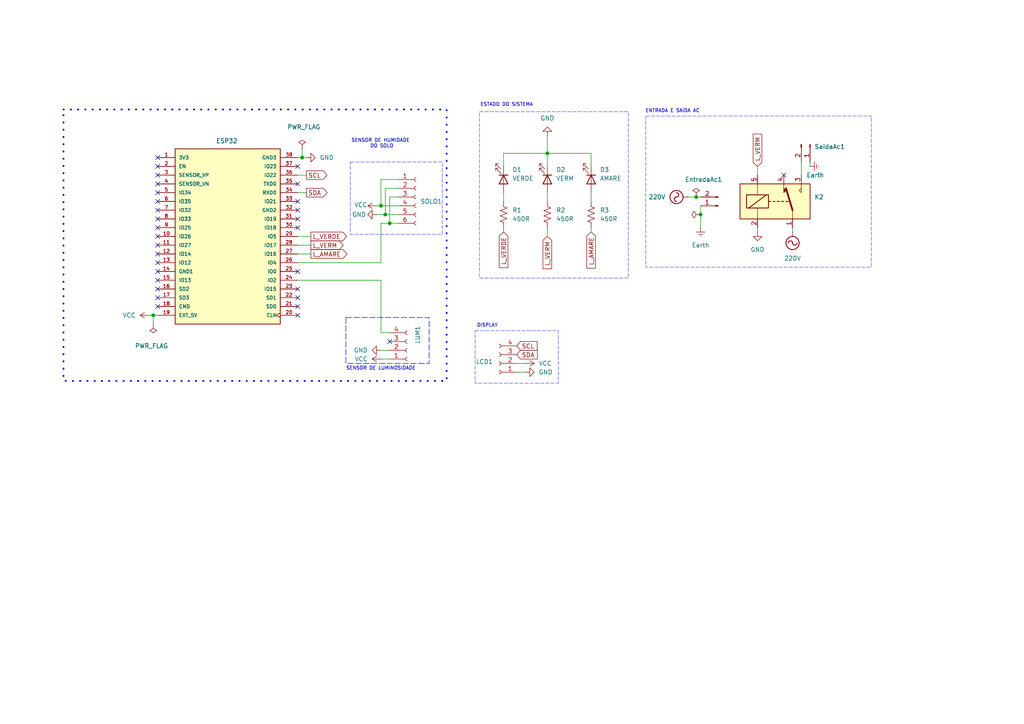
<source format=kicad_sch>
(kicad_sch (version 20231120) (generator "eeschema") (generator_version "8.0")
  (paper "A4")
  (lib_symbols
    (symbol "Connector:Conn_01x02_Pin" (pin_names (offset 1.016) hide)
      (property "Reference" "J" (at 0 2.54 0))
      (property "Value" "Conn_01x02_Pin" (at 0 -5.08 0))
      (symbol "Conn_01x02_Pin_1_1"
        (polyline (pts (xy 1.27 -2.54) (xy 0.8636 -2.54)) (stroke (width 0.1524)))
        (polyline (pts (xy 1.27 0) (xy 0.8636 0)) (stroke (width 0.1524)))
        (rectangle (start 0.8636 -2.413) (end 0 -2.667) (stroke (width 0.1524)) (fill (type outline)))
        (rectangle (start 0.8636 0.127) (end 0 -0.127) (stroke (width 0.1524)) (fill (type outline)))
        (pin passive line (at 5.08 0 180) (length 3.81) (name "Pin_1") (number "1"))
        (pin passive line (at 5.08 -2.54 180) (length 3.81) (name "Pin_2") (number "2"))
      )
    )
    (symbol "Connector:Conn_01x04_Socket" (pin_names (offset 1.016) hide)
      (property "Reference" "J" (at 0 5.08 0))
      (property "Value" "Conn_01x04_Socket" (at 0 -7.62 0))
      (symbol "Conn_01x04_Socket_1_1"
        (arc (start 0 -4.572) (mid -0.5058 -5.08) (end 0 -5.588) (stroke (width 0.1524)))
        (arc (start 0 -2.032) (mid -0.5058 -2.54) (end 0 -3.048) (stroke (width 0.1524)))
        (polyline (pts (xy -1.27 -5.08) (xy -0.508 -5.08)) (stroke (width 0.1524)))
        (polyline (pts (xy -1.27 -2.54) (xy -0.508 -2.54)) (stroke (width 0.1524)))
        (polyline (pts (xy -1.27 0) (xy -0.508 0)) (stroke (width 0.1524)))
        (polyline (pts (xy -1.27 2.54) (xy -0.508 2.54)) (stroke (width 0.1524)))
        (arc (start 0 0.508) (mid -0.5058 0) (end 0 -0.508) (stroke (width 0.1524)))
        (arc (start 0 3.048) (mid -0.5058 2.54) (end 0 2.032) (stroke (width 0.1524)))
        (pin passive line (at -5.08 2.54 0) (length 3.81) (name "Pin_1") (number "1"))
        (pin passive line (at -5.08 0 0) (length 3.81) (name "Pin_2") (number "2"))
        (pin passive line (at -5.08 -2.54 0) (length 3.81) (name "Pin_3") (number "3"))
        (pin passive line (at -5.08 -5.08 0) (length 3.81) (name "Pin_4") (number "4"))
      )
    )
    (symbol "Connector:Conn_01x06_Socket" (pin_names (offset 1.016) hide)
      (property "Reference" "J" (at 0 7.62 0))
      (property "Value" "Conn_01x06_Socket" (at 0 -10.16 0))
      (symbol "Conn_01x06_Socket_1_1"
        (arc (start 0 -7.112) (mid -0.5058 -7.62) (end 0 -8.128) (stroke (width 0.1524)))
        (arc (start 0 -4.572) (mid -0.5058 -5.08) (end 0 -5.588) (stroke (width 0.1524)))
        (arc (start 0 -2.032) (mid -0.5058 -2.54) (end 0 -3.048) (stroke (width 0.1524)))
        (polyline (pts (xy -1.27 -7.62) (xy -0.508 -7.62)) (stroke (width 0.1524)))
        (polyline (pts (xy -1.27 -5.08) (xy -0.508 -5.08)) (stroke (width 0.1524)))
        (polyline (pts (xy -1.27 -2.54) (xy -0.508 -2.54)) (stroke (width 0.1524)))
        (polyline (pts (xy -1.27 0) (xy -0.508 0)) (stroke (width 0.1524)))
        (polyline (pts (xy -1.27 2.54) (xy -0.508 2.54)) (stroke (width 0.1524)))
        (polyline (pts (xy -1.27 5.08) (xy -0.508 5.08)) (stroke (width 0.1524)))
        (arc (start 0 0.508) (mid -0.5058 0) (end 0 -0.508) (stroke (width 0.1524)))
        (arc (start 0 3.048) (mid -0.5058 2.54) (end 0 2.032) (stroke (width 0.1524)))
        (arc (start 0 5.588) (mid -0.5058 5.08) (end 0 4.572) (stroke (width 0.1524)))
        (pin passive line (at -5.08 5.08 0) (length 3.81) (name "Pin_1") (number "1"))
        (pin passive line (at -5.08 2.54 0) (length 3.81) (name "Pin_2") (number "2"))
        (pin passive line (at -5.08 0 0) (length 3.81) (name "Pin_3") (number "3"))
        (pin passive line (at -5.08 -2.54 0) (length 3.81) (name "Pin_4") (number "4"))
        (pin passive line (at -5.08 -5.08 0) (length 3.81) (name "Pin_5") (number "5"))
        (pin passive line (at -5.08 -7.62 0) (length 3.81) (name "Pin_6") (number "6"))
      )
    )
    (symbol "DEVKIT_V1_ESP32-WROOM-32:DEVKIT_V1_ESP32-WROOM-32" (pin_names (offset 1.016))
      (property "Reference" "U" (at -15.2572 26.0643 0))
      (property "Value" "DEVKIT_V1_ESP32-WROOM-32" (at -15.2563 -27.9698 0))
      (symbol "DEVKIT_V1_ESP32-WROOM-32_0_0"
        (rectangle (start -15.24 -25.4) (end 15.24 25.4) (stroke (width 0.254)) (fill (type background)))
        (pin power_in line (at -20.32 22.86 0) (length 5.08) (name "3V3") (number "1"))
        (pin bidirectional line (at -20.32 0 0) (length 5.08) (name "IO26") (number "10"))
        (pin bidirectional line (at -20.32 -2.54 0) (length 5.08) (name "IO27") (number "11"))
        (pin bidirectional line (at -20.32 -5.08 0) (length 5.08) (name "IO14") (number "12"))
        (pin bidirectional line (at -20.32 -7.62 0) (length 5.08) (name "IO12") (number "13"))
        (pin power_in line (at -20.32 -10.16 0) (length 5.08) (name "GND1") (number "14"))
        (pin bidirectional line (at -20.32 -12.7 0) (length 5.08) (name "IO13") (number "15"))
        (pin bidirectional line (at -20.32 -15.24 0) (length 5.08) (name "SD2") (number "16"))
        (pin bidirectional line (at -20.32 -17.78 0) (length 5.08) (name "SD3") (number "17"))
        (pin bidirectional line (at -20.32 -20.32 0) (length 5.08) (name "CMD") (number "18"))
        (pin power_in line (at -20.32 -22.86 0) (length 5.08) (name "EXT_5V") (number "19"))
        (pin input line (at -20.32 20.32 0) (length 5.08) (name "EN") (number "2"))
        (pin input clock (at 20.32 -22.86 180) (length 5.08) (name "CLK") (number "20"))
        (pin bidirectional line (at 20.32 -20.32 180) (length 5.08) (name "SD0") (number "21"))
        (pin bidirectional line (at 20.32 -17.78 180) (length 5.08) (name "SD1") (number "22"))
        (pin bidirectional line (at 20.32 -15.24 180) (length 5.08) (name "IO15") (number "23"))
        (pin bidirectional line (at 20.32 -12.7 180) (length 5.08) (name "IO2") (number "24"))
        (pin bidirectional line (at 20.32 -10.16 180) (length 5.08) (name "IO0") (number "25"))
        (pin bidirectional line (at 20.32 -7.62 180) (length 5.08) (name "IO4") (number "26"))
        (pin bidirectional line (at 20.32 -5.08 180) (length 5.08) (name "IO16") (number "27"))
        (pin bidirectional line (at 20.32 -2.54 180) (length 5.08) (name "IO17") (number "28"))
        (pin bidirectional line (at 20.32 0 180) (length 5.08) (name "IO5") (number "29"))
        (pin input line (at -20.32 17.78 0) (length 5.08) (name "SENSOR_VP") (number "3"))
        (pin bidirectional line (at 20.32 2.54 180) (length 5.08) (name "IO18") (number "30"))
        (pin bidirectional line (at 20.32 5.08 180) (length 5.08) (name "IO19") (number "31"))
        (pin power_in line (at 20.32 7.62 180) (length 5.08) (name "GND2") (number "32"))
        (pin bidirectional line (at 20.32 10.16 180) (length 5.08) (name "IO21") (number "33"))
        (pin input line (at 20.32 12.7 180) (length 5.08) (name "RXD0") (number "34"))
        (pin output line (at 20.32 15.24 180) (length 5.08) (name "TXD0") (number "35"))
        (pin bidirectional line (at 20.32 17.78 180) (length 5.08) (name "IO22") (number "36"))
        (pin bidirectional line (at 20.32 20.32 180) (length 5.08) (name "IO23") (number "37"))
        (pin power_in line (at 20.32 22.86 180) (length 5.08) (name "GND3") (number "38"))
        (pin input line (at -20.32 15.24 0) (length 5.08) (name "SENSOR_VN") (number "4"))
        (pin bidirectional line (at -20.32 12.7 0) (length 5.08) (name "IO34") (number "5"))
        (pin bidirectional line (at -20.32 10.16 0) (length 5.08) (name "IO35") (number "6"))
        (pin bidirectional line (at -20.32 7.62 0) (length 5.08) (name "IO32") (number "7"))
        (pin bidirectional line (at -20.32 5.08 0) (length 5.08) (name "IO33") (number "8"))
        (pin bidirectional line (at -20.32 2.54 0) (length 5.08) (name "IO25") (number "9"))
      )
    )
    (symbol "Device:LED" (pin_numbers hide) (pin_names (offset 1.016) hide)
      (property "Reference" "D" (at 0 2.54 0))
      (property "Value" "LED" (at 0 -2.54 0))
      (symbol "LED_0_1"
        (polyline (pts (xy -1.27 -1.27) (xy -1.27 1.27)) (stroke (width 0.254)))
        (polyline (pts (xy -1.27 0) (xy 1.27 0)))
        (polyline (pts (xy 1.27 -1.27) (xy 1.27 1.27) (xy -1.27 0) (xy 1.27 -1.27)) (stroke (width 0.254)))
        (polyline (pts (xy -3.048 -0.762) (xy -4.572 -2.286) (xy -3.81 -2.286) (xy -4.572 -2.286) (xy -4.572 -1.524)))
        (polyline (pts (xy -1.778 -0.762) (xy -3.302 -2.286) (xy -2.54 -2.286) (xy -3.302 -2.286) (xy -3.302 -1.524)))
      )
      (symbol "LED_1_1"
        (pin passive line (at -3.81 0 0) (length 2.54) (name "K") (number "1"))
        (pin passive line (at 3.81 0 180) (length 2.54) (name "A") (number "2"))
      )
    )
    (symbol "Device:R_US" (pin_numbers hide) (pin_names (offset 0))
      (property "Reference" "R" (at 2.54 0 90))
      (property "Value" "R_US" (at -2.54 0 90))
      (symbol "R_US_0_1"
        (polyline (pts (xy 0 -2.286) (xy 0 -2.54)))
        (polyline (pts (xy 0 2.286) (xy 0 2.54)))
        (polyline (pts (xy 0 -0.762) (xy 1.016 -1.143) (xy 0 -1.524) (xy -1.016 -1.905) (xy 0 -2.286)))
        (polyline (pts (xy 0 0.762) (xy 1.016 0.381) (xy 0 0) (xy -1.016 -0.381) (xy 0 -0.762)))
        (polyline (pts (xy 0 2.286) (xy 1.016 1.905) (xy 0 1.524) (xy -1.016 1.143) (xy 0 0.762)))
      )
      (symbol "R_US_1_1"
        (pin passive line (at 0 3.81 270) (length 1.27) (name "~") (number "1"))
        (pin passive line (at 0 -3.81 90) (length 1.27) (name "~") (number "2"))
      )
    )
    (symbol "Relay:SANYOU_SRD_Form_C"
      (property "Reference" "K" (at 11.43 3.81 0))
      (property "Value" "SANYOU_SRD_Form_C" (at 11.43 1.27 0))
      (symbol "SANYOU_SRD_Form_C_0_0"
        (polyline (pts (xy 7.62 5.08) (xy 7.62 2.54) (xy 6.985 3.175) (xy 7.62 3.81)))
      )
      (symbol "SANYOU_SRD_Form_C_0_1"
        (rectangle (start -10.16 5.08) (end 10.16 -5.08) (stroke (width 0.254)) (fill (type background)))
        (rectangle (start -8.255 1.905) (end -1.905 -1.905) (stroke (width 0.254)))
        (polyline (pts (xy -7.62 -1.905) (xy -2.54 1.905)) (stroke (width 0.254)))
        (polyline (pts (xy -5.08 -5.08) (xy -5.08 -1.905)))
        (polyline (pts (xy -5.08 5.08) (xy -5.08 1.905)))
        (polyline (pts (xy -1.905 0) (xy -1.27 0)) (stroke (width 0.254)))
        (polyline (pts (xy -0.635 0) (xy 0 0)) (stroke (width 0.254)))
        (polyline (pts (xy 0.635 0) (xy 1.27 0)) (stroke (width 0.254)))
        (polyline (pts (xy 1.905 0) (xy 2.54 0)) (stroke (width 0.254)))
        (polyline (pts (xy 3.175 0) (xy 3.81 0)) (stroke (width 0.254)))
        (polyline (pts (xy 5.08 -2.54) (xy 3.175 3.81)) (stroke (width 0.508)))
        (polyline (pts (xy 5.08 -2.54) (xy 5.08 -5.08)))
      )
      (symbol "SANYOU_SRD_Form_C_1_1"
        (polyline (pts (xy 2.54 3.81) (xy 3.175 3.175) (xy 2.54 2.54) (xy 2.54 5.08)) (fill (type outline)))
        (pin passive line (at 5.08 -7.62 90) (length 2.54) (name "~") (number "1"))
        (pin passive line (at -5.08 -7.62 90) (length 2.54) (name "~") (number "2"))
        (pin passive line (at 7.62 7.62 270) (length 2.54) (name "~") (number "3"))
        (pin passive line (at 2.54 7.62 270) (length 2.54) (name "~") (number "4"))
        (pin passive line (at -5.08 7.62 270) (length 2.54) (name "~") (number "5"))
      )
    )
    (symbol "power:AC" (power) (pin_numbers hide) (pin_names (offset 0) hide)
      (property "Value" "AC" (at 0 6.35 0))
      (symbol "AC_0_1"
        (polyline (pts (xy 0 0) (xy 0 1.27)))
        (arc (start 0 3.175) (mid -0.635 3.8073) (end -1.27 3.175) (stroke (width 0.254)))
        (arc (start 0 3.175) (mid 0.635 2.5427) (end 1.27 3.175) (stroke (width 0.254)))
        (circle (center 0 3.175) (radius 1.905) (stroke (width 0.254)))
      )
      (symbol "AC_1_1"
        (pin power_in line (at 0 0 90) (length 0) (name "~") (number "1"))
      )
    )
    (symbol "power:Earth" (power) (pin_numbers hide) (pin_names (offset 0) hide)
      (property "Value" "Earth" (at 0 -3.81 0))
      (symbol "Earth_0_1"
        (polyline (pts (xy -0.635 -1.905) (xy 0.635 -1.905)))
        (polyline (pts (xy -0.127 -2.54) (xy 0.127 -2.54)))
        (polyline (pts (xy 0 -1.27) (xy 0 0)))
        (polyline (pts (xy 1.27 -1.27) (xy -1.27 -1.27)))
      )
      (symbol "Earth_1_1"
        (pin power_in line (at 0 0 270) (length 0) (name "~") (number "1"))
      )
    )
    (symbol "power:GND" (power) (pin_numbers hide) (pin_names (offset 0) hide)
      (property "Value" "GND" (at 0 -3.81 0))
      (symbol "GND_0_1"
        (polyline (pts (xy 0 0) (xy 0 -1.27) (xy 1.27 -1.27) (xy 0 -2.54) (xy -1.27 -1.27) (xy 0 -1.27)))
      )
      (symbol "GND_1_1"
        (pin power_in line (at 0 0 270) (length 0) (name "~") (number "1"))
      )
    )
    (symbol "power:PWR_FLAG" (power) (pin_numbers hide) (pin_names (offset 0) hide)
      (property "Value" "PWR_FLAG" (at 0 3.81 0))
      (symbol "PWR_FLAG_0_0"
        (pin power_out line (at 0 0 90) (length 0) (name "~") (number "1"))
      )
      (symbol "PWR_FLAG_0_1"
        (polyline (pts (xy 0 0) (xy 0 1.27) (xy -1.016 1.905) (xy 0 2.54) (xy 1.016 1.905) (xy 0 1.27)))
      )
    )
    (symbol "power:VCC" (power) (pin_numbers hide) (pin_names (offset 0) hide)
      (property "Value" "VCC" (at 0 3.556 0))
      (symbol "VCC_0_1"
        (polyline (pts (xy -0.762 1.27) (xy 0 2.54)))
        (polyline (pts (xy 0 0) (xy 0 2.54)))
        (polyline (pts (xy 0 2.54) (xy 0.762 1.27)))
      )
      (symbol "VCC_1_1"
        (pin power_in line (at 0 0 90) (length 0) (name "~") (number "1"))
      )
    )
  )
  (junction (at 158.75 44.45))
  (junction (at 111.76 62.23))
  (junction (at 203.2 62.23))
  (junction (at 87.63 45.72))
  (junction (at 110.49 59.69))
  (junction (at 201.93 57.15))
  (junction (at 44.45 91.44))
  (junction (at 113.03 64.77))
  (no_connect (at 86.36 83.82))
  (no_connect (at 113.03 99.06))
  (no_connect (at 45.72 68.58))
  (no_connect (at 86.36 60.96))
  (no_connect (at 45.72 48.26))
  (no_connect (at 45.72 88.9))
  (no_connect (at 86.36 88.9))
  (no_connect (at 227.33 50.8))
  (no_connect (at 86.36 63.5))
  (no_connect (at 45.72 71.12))
  (no_connect (at 45.72 86.36))
  (no_connect (at 86.36 78.74))
  (no_connect (at 45.72 73.66))
  (no_connect (at 45.72 66.04))
  (no_connect (at 45.72 63.5))
  (no_connect (at 45.72 83.82))
  (no_connect (at 86.36 58.42))
  (no_connect (at 45.72 53.34))
  (no_connect (at 45.72 45.72))
  (no_connect (at 86.36 86.36))
  (no_connect (at 86.36 66.04))
  (no_connect (at 86.36 48.26))
  (no_connect (at 45.72 58.42))
  (no_connect (at 86.36 53.34))
  (no_connect (at 45.72 60.96))
  (no_connect (at 45.72 78.74))
  (no_connect (at 45.72 50.8))
  (no_connect (at 86.36 91.44))
  (no_connect (at 45.72 76.2))
  (no_connect (at 45.72 81.28))
  (no_connect (at 45.72 55.88))
  (wire (pts (xy 158.75 44.45) (xy 158.75 48.26)))
  (wire (pts (xy 110.49 104.14) (xy 113.03 104.14)))
  (wire (pts (xy 158.75 39.37) (xy 158.75 44.45)))
  (wire (pts (xy 113.03 57.15) (xy 113.03 64.77)))
  (wire (pts (xy 90.17 71.12) (xy 86.36 71.12)))
  (wire (pts (xy 158.75 68.58) (xy 158.75 66.04)))
  (wire (pts (xy 44.45 91.44) (xy 45.72 91.44)))
  (wire (pts (xy 146.05 48.26) (xy 146.05 44.45)))
  (wire (pts (xy 199.39 57.15) (xy 201.93 57.15)))
  (wire (pts (xy 110.49 81.28) (xy 86.36 81.28)))
  (wire (pts (xy 110.49 52.07) (xy 110.49 59.69)))
  (wire (pts (xy 109.22 62.23) (xy 111.76 62.23)))
  (wire (pts (xy 115.57 52.07) (xy 110.49 52.07)))
  (wire (pts (xy 171.45 48.26) (xy 171.45 44.45)))
  (wire (pts (xy 110.49 101.6) (xy 113.03 101.6)))
  (wire (pts (xy 171.45 55.88) (xy 171.45 58.42)))
  (wire (pts (xy 234.95 46.99) (xy 234.95 48.26)))
  (wire (pts (xy 113.03 96.52) (xy 110.49 96.52)))
  (wire (pts (xy 111.76 62.23) (xy 115.57 62.23)))
  (wire (pts (xy 203.2 66.04) (xy 203.2 62.23)))
  (wire (pts (xy 152.4 107.95) (xy 149.86 107.95)))
  (wire (pts (xy 88.9 55.88) (xy 86.36 55.88)))
  (wire (pts (xy 171.45 67.31) (xy 171.45 66.04)))
  (wire (pts (xy 88.9 45.72) (xy 87.63 45.72)))
  (wire (pts (xy 43.18 91.44) (xy 44.45 91.44)))
  (wire (pts (xy 110.49 64.77) (xy 110.49 76.2)))
  (wire (pts (xy 232.41 46.99) (xy 232.41 50.8)))
  (wire (pts (xy 152.4 105.41) (xy 149.86 105.41)))
  (wire (pts (xy 110.49 96.52) (xy 110.49 81.28)))
  (wire (pts (xy 90.17 73.66) (xy 86.36 73.66)))
  (wire (pts (xy 113.03 64.77) (xy 115.57 64.77)))
  (wire (pts (xy 87.63 43.18) (xy 87.63 45.72)))
  (wire (pts (xy 219.71 66.04) (xy 219.71 67.31)))
  (wire (pts (xy 158.75 55.88) (xy 158.75 58.42)))
  (wire (pts (xy 88.9 50.8) (xy 86.36 50.8)))
  (wire (pts (xy 87.63 45.72) (xy 86.36 45.72)))
  (wire (pts (xy 110.49 64.77) (xy 113.03 64.77)))
  (wire (pts (xy 90.17 68.58) (xy 86.36 68.58)))
  (wire (pts (xy 219.71 48.26) (xy 219.71 50.8)))
  (wire (pts (xy 229.87 66.04) (xy 229.87 67.31)))
  (wire (pts (xy 115.57 57.15) (xy 113.03 57.15)))
  (wire (pts (xy 201.93 57.15) (xy 203.2 57.15)))
  (wire (pts (xy 115.57 59.69) (xy 110.49 59.69)))
  (wire (pts (xy 171.45 44.45) (xy 158.75 44.45)))
  (wire (pts (xy 44.45 91.44) (xy 44.45 93.98)))
  (wire (pts (xy 146.05 66.04) (xy 146.05 67.31)))
  (wire (pts (xy 111.76 54.61) (xy 111.76 62.23)))
  (wire (pts (xy 115.57 54.61) (xy 111.76 54.61)))
  (wire (pts (xy 109.22 59.69) (xy 110.49 59.69)))
  (wire (pts (xy 146.05 44.45) (xy 158.75 44.45)))
  (wire (pts (xy 110.49 76.2) (xy 86.36 76.2)))
  (wire (pts (xy 146.05 55.88) (xy 146.05 58.42)))
  (wire (pts (xy 203.2 62.23) (xy 203.2 59.69)))
  (rectangle (start 18.415 31.75) (end 129.54 110.49) (stroke (width 0.5) (type dot)))
  (rectangle (start 187.325 33.655) (end 252.73 77.47) (stroke (width 0.1) (type dash)))
  (rectangle (start 100.33 92.075) (end 124.46 105.41) (stroke (width 0) (type dash)))
  (rectangle (start 101.6 46.99) (end 128.27 67.945) (stroke (width 0.1) (type dash)))
  (rectangle (start 137.795 95.885) (end 161.925 111.125) (stroke (width 0.1) (type dash)))
  (rectangle (start 139.065 32.385) (end 182.245 80.645) (stroke (width 0.1) (type dash)))
  (text "SENSOR DE HUMIDADE \nDO SOLO\n" (at 110.744 41.656 0) (effects (font (size 1 1))))
  (text "DISPLAY \n" (at 141.732 94.488 0) (effects (font (size 1 1))))
  (text "ESTADO DO SISTEMA \n\n" (at 147.32 31.242 0) (effects (font (size 1 1))))
  (text "SENSOR DE LUMINOSIDADE\n" (at 110.49 106.934 0) (effects (font (size 1 1))))
  (text "ENTRADA E SAIDA AC" (at 195.072 32.258 0) (effects (font (size 1 1))))
  (global_label "SDA" (shape input) (at 149.86 102.87 0) (property "Intersheetrefs" "${INTERSHEET_REFS}" (effects (hide yes))))
  (global_label "L_AMARE" (shape input) (at 171.45 67.31 270) (property "Intersheetrefs" "${INTERSHEET_REFS}" (effects (hide yes))))
  (global_label "SCL" (shape output) (at 88.9 50.8 0) (property "Intersheetrefs" "${INTERSHEET_REFS}" (effects (hide yes))))
  (global_label "L_VERM" (shape input) (at 219.71 48.26 90) (property "Intersheetrefs" "${INTERSHEET_REFS}" (effects (hide yes))))
  (global_label "L_VERDE" (shape input) (at 146.05 67.31 270) (property "Intersheetrefs" "${INTERSHEET_REFS}" (effects (hide yes))))
  (global_label "L_VERM" (shape input) (at 158.75 68.58 270) (property "Intersheetrefs" "${INTERSHEET_REFS}" (effects (hide yes))))
  (global_label "SCL" (shape input) (at 149.86 100.33 0) (property "Intersheetrefs" "${INTERSHEET_REFS}" (effects (hide yes))))
  (global_label "L_AMARE" (shape output) (at 90.17 73.66 0) (property "Intersheetrefs" "${INTERSHEET_REFS}" (effects (hide yes))))
  (global_label "SDA" (shape output) (at 88.9 55.88 0) (property "Intersheetrefs" "${INTERSHEET_REFS}" (effects (hide yes))))
  (global_label "L_VERDE" (shape output) (at 90.17 68.58 0) (property "Intersheetrefs" "${INTERSHEET_REFS}" (effects (hide yes))))
  (global_label "L_VERM" (shape output) (at 90.17 71.12 0) (property "Intersheetrefs" "${INTERSHEET_REFS}" (effects (hide yes))))
  (symbol (lib_id "Connector:Conn_01x02_Pin") (at 208.28 59.69 180) (unit 1)
    (property "Reference" "EntradaAc1" (at 198.628 52.07 0) (effects (justify right)))
    (property "Value" "Conn_01x02_Pin" (effects (hide yes)))
    (property "Footprint" "Connector_Phoenix_GMSTB:PhoenixContact_GMSTBA_2,5_2-G_1x02_P7.50mm_Horizontal" (effects (hide yes)))
    (property "Description" "Generic connector, single row, 01x02, script generated" (effects (hide yes)))
  )
  (symbol (lib_id "power:PWR_FLAG") (at 203.2 62.23 90) (unit 1)
    (property "Reference" "#FLG04" (effects (hide yes)))
    (property "Value" "PWR_FLAG" (effects (hide yes)))
    (property "Description" "Special symbol for telling ERC where power comes from" (effects (hide yes)))
  )
  (symbol (lib_id "power:PWR_FLAG") (at 87.63 43.18 0) (unit 1)
    (property "Reference" "#FLG02" (effects (hide yes)))
    (property "Value" "PWR_FLAG" (at 88.138 36.83 0))
    (property "Description" "Special symbol for telling ERC where power comes from" (effects (hide yes)))
  )
  (symbol (lib_id "power:VCC") (at 109.22 59.69 90) (mirror x) (unit 1)
    (property "Reference" "#PWR03" (effects (hide yes)))
    (property "Value" "VCC" (at 104.648 59.436 90))
    (property "Description" "Power symbol creates a global label with name \"VCC\"" (effects (hide yes)))
  )
  (symbol (lib_id "Connector:Conn_01x04_Socket") (at 144.78 105.41 180) (unit 1)
    (property "Reference" "LCD1" (at 143.002 104.902 0) (effects (justify left)))
    (property "Value" "Conn_01x04_Socket" (effects (hide yes)))
    (property "Footprint" "Connector_PinSocket_2.54mm:PinSocket_1x04_P2.54mm_Horizontal" (effects (hide yes)))
    (property "Description" "Generic connector, single row, 01x04, script generated" (effects (hide yes)))
  )
  (symbol (lib_id "Connector:Conn_01x06_Socket") (at 120.65 57.15 0) (unit 1)
    (property "Reference" "SOLO1" (at 121.92 58.4199 0) (effects (justify left)))
    (property "Value" "Conn_01x06_Socket" (effects (hide yes)))
    (property "Footprint" "Connector_PinSocket_2.54mm:PinSocket_1x06_P2.54mm_Vertical" (effects (hide yes)))
    (property "Description" "Generic connector, single row, 01x06, script generated" (effects (hide yes)))
  )
  (symbol (lib_id "power:AC") (at 229.87 67.31 180) (unit 1)
    (property "Reference" "#PWR012" (effects (hide yes)))
    (property "Value" "220V" (at 229.87 74.93 0))
    (property "Description" "Power symbol creates a global label with name \"AC\"" (effects (hide yes)))
  )
  (symbol (lib_id "power:PWR_FLAG") (at 201.93 57.15 0) (unit 1)
    (property "Reference" "#FLG03" (effects (hide yes)))
    (property "Value" "PWR_FLAG" (effects (hide yes)))
    (property "Description" "Special symbol for telling ERC where power comes from" (effects (hide yes)))
  )
  (symbol (lib_id "power:Earth") (at 234.95 48.26 90) (unit 1)
    (property "Reference" "#PWR04" (effects (hide yes)))
    (property "Value" "Earth" (at 236.474 50.8 90))
    (property "Description" "Power symbol creates a global label with name \"Earth\"" (effects (hide yes)))
  )
  (symbol (lib_id "power:PWR_FLAG") (at 44.45 93.98 180) (unit 1)
    (property "Reference" "#FLG01" (effects (hide yes)))
    (property "Value" "PWR_FLAG" (at 43.942 100.33 0))
    (property "Description" "Special symbol for telling ERC where power comes from" (effects (hide yes)))
  )
  (symbol (lib_id "Device:R_US") (at 158.75 62.23 0) (unit 1)
    (property "Reference" "R2" (at 161.29 60.9599 0) (effects (justify left)))
    (property "Value" "450R" (at 161.29 63.4999 0) (effects (justify left)))
    (property "Footprint" "Resistor_THT:R_Axial_DIN0207_L6.3mm_D2.5mm_P10.16mm_Horizontal" (effects (hide yes)))
    (property "Description" "Resistor, US symbol" (effects (hide yes)))
  )
  (symbol (lib_id "Device:LED") (at 171.45 52.07 270) (unit 1)
    (property "Reference" "D3" (at 173.99 49.2124 90) (effects (justify left)))
    (property "Value" "AMARE" (at 173.99 51.7524 90) (effects (justify left)))
    (property "Footprint" "LED_THT:LED_D3.0mm" (effects (hide yes)))
    (property "Description" "Light emitting diode" (effects (hide yes)))
  )
  (symbol (lib_id "power:GND") (at 109.22 62.23 270) (mirror x) (unit 1)
    (property "Reference" "#PWR08" (effects (hide yes)))
    (property "Value" "GND" (at 104.14 62.23 90))
    (property "Description" "Power symbol creates a global label with name \"GND\" , ground" (effects (hide yes)))
  )
  (symbol (lib_id "power:GND") (at 88.9 45.72 90) (unit 1)
    (property "Reference" "#PWR05" (effects (hide yes)))
    (property "Value" "GND" (at 92.71 45.7199 90) (effects (justify right)))
    (property "Description" "Power symbol creates a global label with name \"GND\" , ground" (effects (hide yes)))
  )
  (symbol (lib_id "Connector:Conn_01x04_Socket") (at 118.11 101.6 0) (mirror x) (unit 1)
    (property "Reference" "LUM1" (at 121.158 94.488 90) (effects (justify left)))
    (property "Value" "Conn_01x04_Socket" (effects (hide yes)))
    (property "Footprint" "Connector_PinSocket_2.54mm:PinSocket_1x04_P2.54mm_Horizontal" (effects (hide yes)))
    (property "Description" "Generic connector, single row, 01x04, script generated" (effects (hide yes)))
  )
  (symbol (lib_id "Device:LED") (at 146.05 52.07 270) (unit 1)
    (property "Reference" "D1" (at 148.59 49.2124 90) (effects (justify left)))
    (property "Value" "VERDE" (at 148.59 51.7524 90) (effects (justify left)))
    (property "Footprint" "LED_THT:LED_D3.0mm" (effects (hide yes)))
    (property "Description" "Light emitting diode" (effects (hide yes)))
  )
  (symbol (lib_id "Connector:Conn_01x02_Pin") (at 234.95 41.91 270) (unit 1)
    (property "Reference" "SaidaAc1" (at 236.22 42.5449 90) (effects (justify left)))
    (property "Value" "Conn_01x02_Pin" (effects (hide yes)))
    (property "Footprint" "Connector_Phoenix_GMSTB:PhoenixContact_GMSTBA_2,5_2-G_1x02_P7.50mm_Horizontal" (effects (hide yes)))
    (property "Description" "Generic connector, single row, 01x02, script generated" (effects (hide yes)))
  )
  (symbol (lib_id "power:GND") (at 158.75 39.37 180) (unit 1)
    (property "Reference" "#PWR02" (effects (hide yes)))
    (property "Value" "GND" (at 158.75 34.29 0))
    (property "Description" "Power symbol creates a global label with name \"GND\" , ground" (effects (hide yes)))
  )
  (symbol (lib_id "Device:LED") (at 158.75 52.07 270) (unit 1)
    (property "Reference" "D2" (at 161.29 49.2124 90) (effects (justify left)))
    (property "Value" "VERM" (at 161.29 51.7524 90) (effects (justify left)))
    (property "Footprint" "LED_THT:LED_D3.0mm" (effects (hide yes)))
    (property "Description" "Light emitting diode" (effects (hide yes)))
  )
  (symbol (lib_id "DEVKIT_V1_ESP32-WROOM-32:DEVKIT_V1_ESP32-WROOM-32") (at 66.04 68.58 0) (unit 1)
    (property "Reference" "ESP32" (at 65.786 40.894 0))
    (property "Value" "DEVKIT_V1_ESP32-WROOM-32" (effects (hide yes)))
    (property "Footprint" "baixados:MODULE_DEVKIT_V1_ESP32-WROOM-32" (effects (hide yes)))
    (property "MF" "Espressif Systems" (effects (hide yes)))
    (property "Description_1" "\n                        \n                            WROOM-32 Development Board ESP32 ESP-32S WiFi Bluetooth Dev Module\n                        \n" (effects (hide yes)))
    (property "Package" "Package" (effects (hide yes)))
    (property "Price" "None" (effects (hide yes)))
    (property "Check_prices" "https://www.snapeda.com/parts/DEVKIT%20V1%20ESP32-WROOM-32/Espressif+Systems/view-part/?ref=eda" (effects (hide yes)))
    (property "STANDARD" "Manufacturer Recommendations" (effects (hide yes)))
    (property "PARTREV" "N/A" (effects (hide yes)))
    (property "SnapEDA_Link" "https://www.snapeda.com/parts/DEVKIT%20V1%20ESP32-WROOM-32/Espressif+Systems/view-part/?ref=snap" (effects (hide yes)))
    (property "MP" "DEVKIT V1 ESP32-WROOM-32" (effects (hide yes)))
    (property "Availability" "Not in stock" (effects (hide yes)))
    (property "MANUFACTURER" "Espressif Systems" (effects (hide yes)))
  )
  (symbol (lib_id "power:GND") (at 110.49 101.6 270) (unit 1)
    (property "Reference" "#PWR011" (effects (hide yes)))
    (property "Value" "GND" (at 106.68 101.5999 90) (effects (justify right)))
    (property "Description" "Power symbol creates a global label with name \"GND\" , ground" (effects (hide yes)))
  )
  (symbol (lib_id "power:AC") (at 199.39 57.15 90) (unit 1)
    (property "Reference" "#PWR09" (effects (hide yes)))
    (property "Value" "220V" (at 193.04 57.1499 90) (effects (justify left)))
    (property "Description" "Power symbol creates a global label with name \"AC\"" (effects (hide yes)))
  )
  (symbol (lib_id "power:GND") (at 152.4 107.95 90) (unit 1)
    (property "Reference" "#PWR06" (effects (hide yes)))
    (property "Value" "GND" (at 156.21 107.9501 90) (effects (justify right)))
    (property "Description" "Power symbol creates a global label with name \"GND\" , ground" (effects (hide yes)))
  )
  (symbol (lib_id "power:Earth") (at 203.2 66.04 0) (unit 1)
    (property "Reference" "#PWR014" (effects (hide yes)))
    (property "Value" "Earth" (at 203.2 71.12 0))
    (property "Description" "Power symbol creates a global label with name \"Earth\"" (effects (hide yes)))
  )
  (symbol (lib_id "power:VCC") (at 43.18 91.44 90) (unit 1)
    (property "Reference" "#PWR01" (effects (hide yes)))
    (property "Value" "VCC" (at 39.37 91.4399 90) (effects (justify left)))
    (property "Description" "Power symbol creates a global label with name \"VCC\"" (effects (hide yes)))
  )
  (symbol (lib_id "Relay:SANYOU_SRD_Form_C") (at 224.79 58.42 0) (unit 1)
    (property "Reference" "K2" (at 236.22 57.1499 0) (effects (justify left)))
    (property "Value" "SANYOU_SRD_Form_C" (effects (hide yes)))
    (property "Footprint" "Relay_THT:Relay_SPDT_SANYOU_SRD_Series_Form_C" (effects (hide yes)))
    (property "Datasheet" "http://www.sanyourelay.ca/public/products/pdf/SRD.pdf" (effects (hide yes)))
    (property "Description" "Sanyo SRD relay, Single Pole Miniature Power Relay," (effects (hide yes)))
  )
  (symbol (lib_id "Device:R_US") (at 146.05 62.23 0) (unit 1)
    (property "Reference" "R1" (at 148.59 60.9599 0) (effects (justify left)))
    (property "Value" "450R" (at 148.59 63.4999 0) (effects (justify left)))
    (property "Footprint" "Resistor_THT:R_Axial_DIN0207_L6.3mm_D2.5mm_P10.16mm_Horizontal" (effects (hide yes)))
    (property "Description" "Resistor, US symbol" (effects (hide yes)))
  )
  (symbol (lib_id "power:VCC") (at 152.4 105.41 270) (unit 1)
    (property "Reference" "#PWR07" (effects (hide yes)))
    (property "Value" "VCC" (at 156.21 105.4101 90) (effects (justify left)))
    (property "Description" "Power symbol creates a global label with name \"VCC\"" (effects (hide yes)))
  )
  (symbol (lib_id "Device:R_US") (at 171.45 62.23 0) (unit 1)
    (property "Reference" "R3" (at 173.99 60.9599 0) (effects (justify left)))
    (property "Value" "450R" (at 173.99 63.4999 0) (effects (justify left)))
    (property "Footprint" "Resistor_THT:R_Axial_DIN0207_L6.3mm_D2.5mm_P10.16mm_Horizontal" (effects (hide yes)))
    (property "Description" "Resistor, US symbol" (effects (hide yes)))
  )
  (symbol (lib_id "power:GND") (at 219.71 67.31 0) (unit 1)
    (property "Reference" "#PWR013" (effects (hide yes)))
    (property "Value" "GND" (at 219.71 72.39 0))
    (property "Description" "Power symbol creates a global label with name \"GND\" , ground" (effects (hide yes)))
  )
  (symbol (lib_id "power:VCC") (at 110.49 104.14 90) (unit 1)
    (property "Reference" "#PWR010" (effects (hide yes)))
    (property "Value" "VCC" (at 106.68 104.1399 90) (effects (justify left)))
    (property "Description" "Power symbol creates a global label with name \"VCC\"" (effects (hide yes)))
  )
)
</source>
